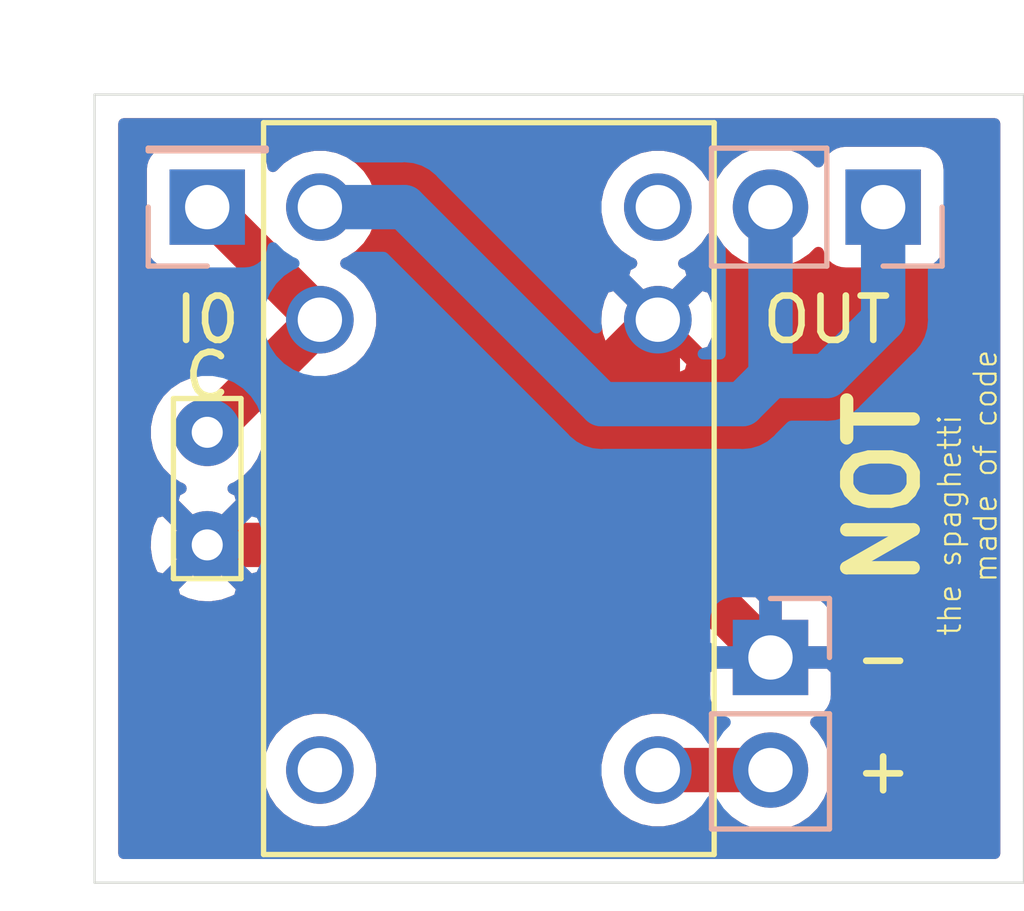
<source format=kicad_pcb>
(kicad_pcb (version 20171130) (host pcbnew "(5.1.6)-1")

  (general
    (thickness 1.6)
    (drawings 11)
    (tracks 16)
    (zones 0)
    (modules 5)
    (nets 7)
  )

  (page A4)
  (layers
    (0 F.Cu signal)
    (31 B.Cu signal)
    (32 B.Adhes user)
    (33 F.Adhes user)
    (34 B.Paste user)
    (35 F.Paste user)
    (36 B.SilkS user)
    (37 F.SilkS user)
    (38 B.Mask user)
    (39 F.Mask user)
    (40 Dwgs.User user)
    (41 Cmts.User user)
    (42 Eco1.User user)
    (43 Eco2.User user)
    (44 Edge.Cuts user)
    (45 Margin user)
    (46 B.CrtYd user)
    (47 F.CrtYd user)
    (48 B.Fab user)
    (49 F.Fab user)
  )

  (setup
    (last_trace_width 0.25)
    (user_trace_width 1)
    (trace_clearance 0.2)
    (zone_clearance 0.508)
    (zone_45_only no)
    (trace_min 0.2)
    (via_size 0.8)
    (via_drill 0.4)
    (via_min_size 0.4)
    (via_min_drill 0.3)
    (uvia_size 0.3)
    (uvia_drill 0.1)
    (uvias_allowed no)
    (uvia_min_size 0.2)
    (uvia_min_drill 0.1)
    (edge_width 0.05)
    (segment_width 0.2)
    (pcb_text_width 0.3)
    (pcb_text_size 1.5 1.5)
    (mod_edge_width 0.12)
    (mod_text_size 1 1)
    (mod_text_width 0.15)
    (pad_size 1.524 1.524)
    (pad_drill 0.762)
    (pad_to_mask_clearance 0.05)
    (aux_axis_origin 0 0)
    (visible_elements 7FFFFFFF)
    (pcbplotparams
      (layerselection 0x010fc_ffffffff)
      (usegerberextensions true)
      (usegerberattributes false)
      (usegerberadvancedattributes false)
      (creategerberjobfile false)
      (excludeedgelayer true)
      (linewidth 0.100000)
      (plotframeref false)
      (viasonmask false)
      (mode 1)
      (useauxorigin false)
      (hpglpennumber 1)
      (hpglpenspeed 20)
      (hpglpendiameter 15.000000)
      (psnegative false)
      (psa4output false)
      (plotreference true)
      (plotvalue true)
      (plotinvisibletext false)
      (padsonsilk false)
      (subtractmaskfromsilk false)
      (outputformat 1)
      (mirror false)
      (drillshape 0)
      (scaleselection 1)
      (outputdirectory "C:/Users/Satoshi/Documents/KiCad/NOT/ガーバーデータ-NOT/"))
  )

  (net 0 "")
  (net 1 GND)
  (net 2 "Net-(C1-Pad2)")
  (net 3 "Net-(J2-Pad1)")
  (net 4 +24V)
  (net 5 "Net-(SPDT1-Pad5)")
  (net 6 "Net-(SPDT1-Pad2)")

  (net_class Default "This is the default net class."
    (clearance 0.2)
    (trace_width 0.25)
    (via_dia 0.8)
    (via_drill 0.4)
    (uvia_dia 0.3)
    (uvia_drill 0.1)
    (add_net +24V)
    (add_net GND)
    (add_net "Net-(C1-Pad2)")
    (add_net "Net-(J2-Pad1)")
    (add_net "Net-(SPDT1-Pad2)")
    (add_net "Net-(SPDT1-Pad5)")
  )

  (module Connector_PinHeader_2.54mm:PinHeader_1x01_P2.54mm_Vertical (layer B.Cu) (tedit 59FED5CC) (tstamp 5ED692F5)
    (at 104.14 71.12)
    (descr "Through hole straight pin header, 1x01, 2.54mm pitch, single row")
    (tags "Through hole pin header THT 1x01 2.54mm single row")
    (path /5ED99F3A)
    (fp_text reference J1 (at 0 2.33) (layer B.Fab)
      (effects (font (size 1 1) (thickness 0.15)) (justify mirror))
    )
    (fp_text value Conn_01x01 (at 0 -2.33) (layer B.Fab)
      (effects (font (size 1 1) (thickness 0.15)) (justify mirror))
    )
    (fp_line (start 1.8 1.8) (end -1.8 1.8) (layer B.CrtYd) (width 0.05))
    (fp_line (start 1.8 -1.8) (end 1.8 1.8) (layer B.CrtYd) (width 0.05))
    (fp_line (start -1.8 -1.8) (end 1.8 -1.8) (layer B.CrtYd) (width 0.05))
    (fp_line (start -1.8 1.8) (end -1.8 -1.8) (layer B.CrtYd) (width 0.05))
    (fp_line (start -1.33 1.33) (end 0 1.33) (layer B.SilkS) (width 0.12))
    (fp_line (start -1.33 0) (end -1.33 1.33) (layer B.SilkS) (width 0.12))
    (fp_line (start -1.33 -1.27) (end 1.33 -1.27) (layer B.SilkS) (width 0.12))
    (fp_line (start 1.33 -1.27) (end 1.33 -1.33) (layer B.SilkS) (width 0.12))
    (fp_line (start -1.33 -1.27) (end -1.33 -1.33) (layer B.SilkS) (width 0.12))
    (fp_line (start -1.33 -1.33) (end 1.33 -1.33) (layer B.SilkS) (width 0.12))
    (fp_line (start -1.27 0.635) (end -0.635 1.27) (layer B.Fab) (width 0.1))
    (fp_line (start -1.27 -1.27) (end -1.27 0.635) (layer B.Fab) (width 0.1))
    (fp_line (start 1.27 -1.27) (end -1.27 -1.27) (layer B.Fab) (width 0.1))
    (fp_line (start 1.27 1.27) (end 1.27 -1.27) (layer B.Fab) (width 0.1))
    (fp_line (start -0.635 1.27) (end 1.27 1.27) (layer B.Fab) (width 0.1))
    (fp_text user %R (at 0 0 -90) (layer B.Fab)
      (effects (font (size 1 1) (thickness 0.15)) (justify mirror))
    )
    (pad 1 thru_hole rect (at 0 0) (size 1.7 1.7) (drill 1) (layers *.Cu *.Mask)
      (net 2 "Net-(C1-Pad2)"))
    (model ${KISYS3DMOD}/Connector_PinHeader_2.54mm.3dshapes/PinHeader_1x01_P2.54mm_Vertical.wrl
      (at (xyz 0 0 0))
      (scale (xyz 1 1 1))
      (rotate (xyz 0 0 0))
    )
  )

  (module MiyakeFootprintLib:Condensor (layer F.Cu) (tedit 5ED1E7C6) (tstamp 5ED692DF)
    (at 104.14 78.74 90)
    (path /5ED9C8CA)
    (fp_text reference C1 (at 1.27 3.04 90) (layer F.Fab)
      (effects (font (size 1 1) (thickness 0.15)))
    )
    (fp_text value C (at 1.27 2.04 90) (layer F.Fab)
      (effects (font (size 1 1) (thickness 0.15)))
    )
    (fp_line (start -0.762 -0.762) (end 3.302 -0.762) (layer F.SilkS) (width 0.12))
    (fp_line (start 3.302 -0.762) (end 3.302 0.762) (layer F.SilkS) (width 0.12))
    (fp_line (start 3.302 0.762) (end -0.762 0.762) (layer F.SilkS) (width 0.12))
    (fp_line (start -0.762 0.762) (end -0.762 -0.762) (layer F.SilkS) (width 0.12))
    (pad 1 thru_hole circle (at 0 0 90) (size 1.524 1.524) (drill 0.7) (layers *.Cu *.Mask)
      (net 1 GND))
    (pad 2 thru_hole circle (at 2.54 0 90) (size 1.524 1.524) (drill 0.7) (layers *.Cu *.Mask)
      (net 2 "Net-(C1-Pad2)"))
  )

  (module Connector_PinHeader_2.54mm:PinHeader_1x02_P2.54mm_Vertical (layer B.Cu) (tedit 59FED5CC) (tstamp 5ED6930B)
    (at 119.38 71.12 90)
    (descr "Through hole straight pin header, 1x02, 2.54mm pitch, single row")
    (tags "Through hole pin header THT 1x02 2.54mm single row")
    (path /5ED9A3C0)
    (fp_text reference J2 (at 0 2.33 90) (layer B.Fab)
      (effects (font (size 1 1) (thickness 0.15)) (justify mirror))
    )
    (fp_text value Conn_01x02 (at 0 -4.87 90) (layer B.Fab)
      (effects (font (size 1 1) (thickness 0.15)) (justify mirror))
    )
    (fp_line (start 1.8 1.8) (end -1.8 1.8) (layer B.CrtYd) (width 0.05))
    (fp_line (start 1.8 -4.35) (end 1.8 1.8) (layer B.CrtYd) (width 0.05))
    (fp_line (start -1.8 -4.35) (end 1.8 -4.35) (layer B.CrtYd) (width 0.05))
    (fp_line (start -1.8 1.8) (end -1.8 -4.35) (layer B.CrtYd) (width 0.05))
    (fp_line (start -1.33 1.33) (end 0 1.33) (layer B.SilkS) (width 0.12))
    (fp_line (start -1.33 0) (end -1.33 1.33) (layer B.SilkS) (width 0.12))
    (fp_line (start -1.33 -1.27) (end 1.33 -1.27) (layer B.SilkS) (width 0.12))
    (fp_line (start 1.33 -1.27) (end 1.33 -3.87) (layer B.SilkS) (width 0.12))
    (fp_line (start -1.33 -1.27) (end -1.33 -3.87) (layer B.SilkS) (width 0.12))
    (fp_line (start -1.33 -3.87) (end 1.33 -3.87) (layer B.SilkS) (width 0.12))
    (fp_line (start -1.27 0.635) (end -0.635 1.27) (layer B.Fab) (width 0.1))
    (fp_line (start -1.27 -3.81) (end -1.27 0.635) (layer B.Fab) (width 0.1))
    (fp_line (start 1.27 -3.81) (end -1.27 -3.81) (layer B.Fab) (width 0.1))
    (fp_line (start 1.27 1.27) (end 1.27 -3.81) (layer B.Fab) (width 0.1))
    (fp_line (start -0.635 1.27) (end 1.27 1.27) (layer B.Fab) (width 0.1))
    (fp_text user %R (at 0 -1.27 180) (layer B.Fab)
      (effects (font (size 1 1) (thickness 0.15)) (justify mirror))
    )
    (pad 2 thru_hole oval (at 0 -2.54 90) (size 1.7 1.7) (drill 1) (layers *.Cu *.Mask)
      (net 3 "Net-(J2-Pad1)"))
    (pad 1 thru_hole rect (at 0 0 90) (size 1.7 1.7) (drill 1) (layers *.Cu *.Mask)
      (net 3 "Net-(J2-Pad1)"))
    (model ${KISYS3DMOD}/Connector_PinHeader_2.54mm.3dshapes/PinHeader_1x02_P2.54mm_Vertical.wrl
      (at (xyz 0 0 0))
      (scale (xyz 1 1 1))
      (rotate (xyz 0 0 0))
    )
  )

  (module Connector_PinHeader_2.54mm:PinHeader_1x02_P2.54mm_Vertical (layer B.Cu) (tedit 59FED5CC) (tstamp 5ED69321)
    (at 116.84 81.28 180)
    (descr "Through hole straight pin header, 1x02, 2.54mm pitch, single row")
    (tags "Through hole pin header THT 1x02 2.54mm single row")
    (path /5ED9AF2C)
    (fp_text reference J3 (at 0 2.33) (layer B.Fab)
      (effects (font (size 1 1) (thickness 0.15)) (justify mirror))
    )
    (fp_text value Conn_01x02 (at 0 -4.87) (layer B.Fab)
      (effects (font (size 1 1) (thickness 0.15)) (justify mirror))
    )
    (fp_line (start -0.635 1.27) (end 1.27 1.27) (layer B.Fab) (width 0.1))
    (fp_line (start 1.27 1.27) (end 1.27 -3.81) (layer B.Fab) (width 0.1))
    (fp_line (start 1.27 -3.81) (end -1.27 -3.81) (layer B.Fab) (width 0.1))
    (fp_line (start -1.27 -3.81) (end -1.27 0.635) (layer B.Fab) (width 0.1))
    (fp_line (start -1.27 0.635) (end -0.635 1.27) (layer B.Fab) (width 0.1))
    (fp_line (start -1.33 -3.87) (end 1.33 -3.87) (layer B.SilkS) (width 0.12))
    (fp_line (start -1.33 -1.27) (end -1.33 -3.87) (layer B.SilkS) (width 0.12))
    (fp_line (start 1.33 -1.27) (end 1.33 -3.87) (layer B.SilkS) (width 0.12))
    (fp_line (start -1.33 -1.27) (end 1.33 -1.27) (layer B.SilkS) (width 0.12))
    (fp_line (start -1.33 0) (end -1.33 1.33) (layer B.SilkS) (width 0.12))
    (fp_line (start -1.33 1.33) (end 0 1.33) (layer B.SilkS) (width 0.12))
    (fp_line (start -1.8 1.8) (end -1.8 -4.35) (layer B.CrtYd) (width 0.05))
    (fp_line (start -1.8 -4.35) (end 1.8 -4.35) (layer B.CrtYd) (width 0.05))
    (fp_line (start 1.8 -4.35) (end 1.8 1.8) (layer B.CrtYd) (width 0.05))
    (fp_line (start 1.8 1.8) (end -1.8 1.8) (layer B.CrtYd) (width 0.05))
    (fp_text user %R (at 0 -1.27 270) (layer B.Fab)
      (effects (font (size 1 1) (thickness 0.15)) (justify mirror))
    )
    (pad 1 thru_hole rect (at 0 0 180) (size 1.7 1.7) (drill 1) (layers *.Cu *.Mask)
      (net 1 GND))
    (pad 2 thru_hole oval (at 0 -2.54 180) (size 1.7 1.7) (drill 1) (layers *.Cu *.Mask)
      (net 4 +24V))
    (model ${KISYS3DMOD}/Connector_PinHeader_2.54mm.3dshapes/PinHeader_1x02_P2.54mm_Vertical.wrl
      (at (xyz 0 0 0))
      (scale (xyz 1 1 1))
      (rotate (xyz 0 0 0))
    )
  )

  (module MiyakeFootprintLib:946H-1C-24D (layer F.Cu) (tedit 5ED07678) (tstamp 5ED6932F)
    (at 111.76 76.2)
    (path /5ED97C62)
    (fp_text reference SPDT1 (at -2.54 0.635 -90) (layer F.Fab)
      (effects (font (size 1 1) (thickness 0.15)))
    )
    (fp_text value 946H-1C-24D (at -0.635 0.635 -90) (layer F.Fab)
      (effects (font (size 1 1) (thickness 0.15)))
    )
    (fp_line (start -6.35 9.525) (end -6.35 -6.985) (layer F.SilkS) (width 0.12))
    (fp_line (start 3.81 9.525) (end -6.35 9.525) (layer F.SilkS) (width 0.12))
    (fp_line (start 3.81 -6.985) (end 3.81 9.525) (layer F.SilkS) (width 0.12))
    (fp_line (start -6.35 -6.985) (end 3.81 -6.985) (layer F.SilkS) (width 0.12))
    (pad 6 thru_hole circle (at 2.54 7.62) (size 1.524 1.524) (drill 1) (layers *.Cu *.Mask)
      (net 4 +24V))
    (pad 5 thru_hole circle (at -5.08 7.62) (size 1.524 1.524) (drill 1) (layers *.Cu *.Mask)
      (net 5 "Net-(SPDT1-Pad5)"))
    (pad 4 thru_hole circle (at -5.08 -2.54) (size 1.524 1.524) (drill 1) (layers *.Cu *.Mask)
      (net 2 "Net-(C1-Pad2)"))
    (pad 3 thru_hole circle (at 2.54 -2.54) (size 1.524 1.524) (drill 1) (layers *.Cu *.Mask)
      (net 1 GND))
    (pad 2 thru_hole circle (at 2.54 -5.08) (size 1.524 1.524) (drill 1) (layers *.Cu *.Mask)
      (net 6 "Net-(SPDT1-Pad2)"))
    (pad 1 thru_hole circle (at -5.08 -5.08) (size 1.524 1.524) (drill 1) (layers *.Cu *.Mask)
      (net 3 "Net-(J2-Pad1)"))
  )

  (gr_line (start 101.6 86.36) (end 101.6 68.58) (layer Edge.Cuts) (width 0.05) (tstamp 5ED6982E))
  (gr_line (start 122.555 86.36) (end 101.6 86.36) (layer Edge.Cuts) (width 0.05))
  (gr_line (start 122.555 68.58) (end 122.555 86.36) (layer Edge.Cuts) (width 0.05))
  (gr_line (start 101.6 68.58) (end 122.555 68.58) (layer Edge.Cuts) (width 0.05))
  (gr_text "the spaghetti \n      made of code" (at 121.285 78.105 90) (layer F.SilkS)
    (effects (font (size 0.5 0.5) (thickness 0.05)))
  )
  (gr_text NOT (at 119.38 77.47 90) (layer F.SilkS)
    (effects (font (size 1.5 1.5) (thickness 0.3)))
  )
  (gr_text + (at 119.38 83.82) (layer F.SilkS)
    (effects (font (size 1 1) (thickness 0.15)))
  )
  (gr_text - (at 119.38 81.28) (layer F.SilkS)
    (effects (font (size 1 1) (thickness 0.15)))
  )
  (gr_text OUT (at 118.11 73.66) (layer F.SilkS)
    (effects (font (size 1 1) (thickness 0.15)))
  )
  (gr_text I0 (at 104.14 73.66) (layer F.SilkS)
    (effects (font (size 1 1) (thickness 0.15)))
  )
  (gr_text C (at 104.14 74.93) (layer F.SilkS)
    (effects (font (size 1 1) (thickness 0.15)))
  )

  (segment (start 116.84 81.28) (end 114.3 78.74) (width 1) (layer F.Cu) (net 1))
  (segment (start 114.3 78.74) (end 114.3 73.66) (width 1) (layer F.Cu) (net 1))
  (segment (start 109.22 78.74) (end 114.3 73.66) (width 1) (layer F.Cu) (net 1))
  (segment (start 104.14 78.74) (end 109.22 78.74) (width 1) (layer F.Cu) (net 1))
  (segment (start 106.68 73.66) (end 104.14 71.12) (width 1) (layer F.Cu) (net 2))
  (segment (start 106.045 74.295) (end 106.68 73.66) (width 1) (layer F.Cu) (net 2))
  (segment (start 104.14 76.2) (end 106.045 74.295) (width 1) (layer F.Cu) (net 2))
  (segment (start 106.68 71.12) (end 108.585 71.12) (width 1) (layer B.Cu) (net 3))
  (segment (start 108.585 71.12) (end 113.03 75.565) (width 1) (layer B.Cu) (net 3))
  (segment (start 113.03 75.565) (end 116.205 75.565) (width 1) (layer B.Cu) (net 3))
  (segment (start 116.205 75.565) (end 116.84 74.93) (width 1) (layer B.Cu) (net 3))
  (segment (start 116.84 74.93) (end 116.84 71.12) (width 1) (layer B.Cu) (net 3))
  (segment (start 116.84 74.93) (end 118.11 74.93) (width 1) (layer B.Cu) (net 3))
  (segment (start 119.38 73.66) (end 119.38 71.12) (width 1) (layer B.Cu) (net 3))
  (segment (start 118.11 74.93) (end 119.38 73.66) (width 1) (layer B.Cu) (net 3))
  (segment (start 114.3 83.82) (end 116.84 83.82) (width 1) (layer F.Cu) (net 4))

  (zone (net 1) (net_name GND) (layer F.Cu) (tstamp 0) (hatch edge 0.508)
    (connect_pads (clearance 0.508))
    (min_thickness 0.254)
    (fill yes (arc_segments 32) (thermal_gap 0.508) (thermal_bridge_width 0.508))
    (polygon
      (pts
        (xy 122.555 86.36) (xy 101.6 86.36) (xy 101.6 68.58) (xy 122.555 68.58)
      )
    )
    (filled_polygon
      (pts
        (xy 121.895001 85.7) (xy 102.26 85.7) (xy 102.26 83.682408) (xy 105.283 83.682408) (xy 105.283 83.957592)
        (xy 105.336686 84.22749) (xy 105.441995 84.481727) (xy 105.59488 84.710535) (xy 105.789465 84.90512) (xy 106.018273 85.058005)
        (xy 106.27251 85.163314) (xy 106.542408 85.217) (xy 106.817592 85.217) (xy 107.08749 85.163314) (xy 107.341727 85.058005)
        (xy 107.570535 84.90512) (xy 107.76512 84.710535) (xy 107.918005 84.481727) (xy 108.023314 84.22749) (xy 108.077 83.957592)
        (xy 108.077 83.682408) (xy 112.903 83.682408) (xy 112.903 83.957592) (xy 112.956686 84.22749) (xy 113.061995 84.481727)
        (xy 113.21488 84.710535) (xy 113.409465 84.90512) (xy 113.638273 85.058005) (xy 113.89251 85.163314) (xy 114.162408 85.217)
        (xy 114.437592 85.217) (xy 114.70749 85.163314) (xy 114.961727 85.058005) (xy 115.115884 84.955) (xy 115.874893 84.955)
        (xy 115.893368 84.973475) (xy 116.136589 85.13599) (xy 116.406842 85.247932) (xy 116.69374 85.305) (xy 116.98626 85.305)
        (xy 117.273158 85.247932) (xy 117.543411 85.13599) (xy 117.786632 84.973475) (xy 117.993475 84.766632) (xy 118.15599 84.523411)
        (xy 118.267932 84.253158) (xy 118.325 83.96626) (xy 118.325 83.67374) (xy 118.267932 83.386842) (xy 118.15599 83.116589)
        (xy 117.993475 82.873368) (xy 117.86162 82.741513) (xy 117.93418 82.719502) (xy 118.044494 82.660537) (xy 118.141185 82.581185)
        (xy 118.220537 82.484494) (xy 118.279502 82.37418) (xy 118.315812 82.254482) (xy 118.328072 82.13) (xy 118.325 81.56575)
        (xy 118.16625 81.407) (xy 116.967 81.407) (xy 116.967 81.427) (xy 116.713 81.427) (xy 116.713 81.407)
        (xy 115.51375 81.407) (xy 115.355 81.56575) (xy 115.351928 82.13) (xy 115.364188 82.254482) (xy 115.400498 82.37418)
        (xy 115.459463 82.484494) (xy 115.538815 82.581185) (xy 115.635506 82.660537) (xy 115.681272 82.685) (xy 115.115884 82.685)
        (xy 114.961727 82.581995) (xy 114.70749 82.476686) (xy 114.437592 82.423) (xy 114.162408 82.423) (xy 113.89251 82.476686)
        (xy 113.638273 82.581995) (xy 113.409465 82.73488) (xy 113.21488 82.929465) (xy 113.061995 83.158273) (xy 112.956686 83.41251)
        (xy 112.903 83.682408) (xy 108.077 83.682408) (xy 108.023314 83.41251) (xy 107.918005 83.158273) (xy 107.76512 82.929465)
        (xy 107.570535 82.73488) (xy 107.341727 82.581995) (xy 107.08749 82.476686) (xy 106.817592 82.423) (xy 106.542408 82.423)
        (xy 106.27251 82.476686) (xy 106.018273 82.581995) (xy 105.789465 82.73488) (xy 105.59488 82.929465) (xy 105.441995 83.158273)
        (xy 105.336686 83.41251) (xy 105.283 83.682408) (xy 102.26 83.682408) (xy 102.26 80.43) (xy 115.351928 80.43)
        (xy 115.355 80.99425) (xy 115.51375 81.153) (xy 116.713 81.153) (xy 116.713 79.95375) (xy 116.967 79.95375)
        (xy 116.967 81.153) (xy 118.16625 81.153) (xy 118.325 80.99425) (xy 118.328072 80.43) (xy 118.315812 80.305518)
        (xy 118.279502 80.18582) (xy 118.220537 80.075506) (xy 118.141185 79.978815) (xy 118.044494 79.899463) (xy 117.93418 79.840498)
        (xy 117.814482 79.804188) (xy 117.69 79.791928) (xy 117.12575 79.795) (xy 116.967 79.95375) (xy 116.713 79.95375)
        (xy 116.55425 79.795) (xy 115.99 79.791928) (xy 115.865518 79.804188) (xy 115.74582 79.840498) (xy 115.635506 79.899463)
        (xy 115.538815 79.978815) (xy 115.459463 80.075506) (xy 115.400498 80.18582) (xy 115.364188 80.305518) (xy 115.351928 80.43)
        (xy 102.26 80.43) (xy 102.26 79.705565) (xy 103.35404 79.705565) (xy 103.42102 79.945656) (xy 103.670048 80.062756)
        (xy 103.937135 80.129023) (xy 104.212017 80.14191) (xy 104.484133 80.100922) (xy 104.743023 80.007636) (xy 104.85898 79.945656)
        (xy 104.92596 79.705565) (xy 104.14 78.919605) (xy 103.35404 79.705565) (xy 102.26 79.705565) (xy 102.26 78.812017)
        (xy 102.73809 78.812017) (xy 102.779078 79.084133) (xy 102.872364 79.343023) (xy 102.934344 79.45898) (xy 103.174435 79.52596)
        (xy 103.960395 78.74) (xy 104.319605 78.74) (xy 105.105565 79.52596) (xy 105.345656 79.45898) (xy 105.462756 79.209952)
        (xy 105.529023 78.942865) (xy 105.54191 78.667983) (xy 105.500922 78.395867) (xy 105.407636 78.136977) (xy 105.345656 78.02102)
        (xy 105.105565 77.95404) (xy 104.319605 78.74) (xy 103.960395 78.74) (xy 103.174435 77.95404) (xy 102.934344 78.02102)
        (xy 102.817244 78.270048) (xy 102.750977 78.537135) (xy 102.73809 78.812017) (xy 102.26 78.812017) (xy 102.26 70.27)
        (xy 102.651928 70.27) (xy 102.651928 71.97) (xy 102.664188 72.094482) (xy 102.700498 72.21418) (xy 102.759463 72.324494)
        (xy 102.838815 72.421185) (xy 102.935506 72.500537) (xy 103.04582 72.559502) (xy 103.165518 72.595812) (xy 103.29 72.608072)
        (xy 104.022941 72.608072) (xy 105.074868 73.66) (xy 103.914354 74.820515) (xy 103.73251 74.856686) (xy 103.478273 74.961995)
        (xy 103.249465 75.11488) (xy 103.05488 75.309465) (xy 102.901995 75.538273) (xy 102.796686 75.79251) (xy 102.743 76.062408)
        (xy 102.743 76.337592) (xy 102.796686 76.60749) (xy 102.901995 76.861727) (xy 103.05488 77.090535) (xy 103.249465 77.28512)
        (xy 103.478273 77.438005) (xy 103.549943 77.467692) (xy 103.536977 77.472364) (xy 103.42102 77.534344) (xy 103.35404 77.774435)
        (xy 104.14 78.560395) (xy 104.92596 77.774435) (xy 104.85898 77.534344) (xy 104.72324 77.470515) (xy 104.801727 77.438005)
        (xy 105.030535 77.28512) (xy 105.22512 77.090535) (xy 105.378005 76.861727) (xy 105.483314 76.60749) (xy 105.519485 76.425646)
        (xy 106.886988 75.058144) (xy 106.886992 75.058139) (xy 106.905646 75.039485) (xy 107.08749 75.003314) (xy 107.341727 74.898005)
        (xy 107.570535 74.74512) (xy 107.69009 74.625565) (xy 113.51404 74.625565) (xy 113.58102 74.865656) (xy 113.830048 74.982756)
        (xy 114.097135 75.049023) (xy 114.372017 75.06191) (xy 114.644133 75.020922) (xy 114.903023 74.927636) (xy 115.01898 74.865656)
        (xy 115.08596 74.625565) (xy 114.3 73.839605) (xy 113.51404 74.625565) (xy 107.69009 74.625565) (xy 107.76512 74.550535)
        (xy 107.918005 74.321727) (xy 108.023314 74.06749) (xy 108.077 73.797592) (xy 108.077 73.732017) (xy 112.89809 73.732017)
        (xy 112.939078 74.004133) (xy 113.032364 74.263023) (xy 113.094344 74.37898) (xy 113.334435 74.44596) (xy 114.120395 73.66)
        (xy 114.479605 73.66) (xy 115.265565 74.44596) (xy 115.505656 74.37898) (xy 115.622756 74.129952) (xy 115.689023 73.862865)
        (xy 115.70191 73.587983) (xy 115.660922 73.315867) (xy 115.567636 73.056977) (xy 115.505656 72.94102) (xy 115.265565 72.87404)
        (xy 114.479605 73.66) (xy 114.120395 73.66) (xy 113.334435 72.87404) (xy 113.094344 72.94102) (xy 112.977244 73.190048)
        (xy 112.910977 73.457135) (xy 112.89809 73.732017) (xy 108.077 73.732017) (xy 108.077 73.522408) (xy 108.023314 73.25251)
        (xy 107.918005 72.998273) (xy 107.76512 72.769465) (xy 107.570535 72.57488) (xy 107.341727 72.421995) (xy 107.264485 72.39)
        (xy 107.341727 72.358005) (xy 107.570535 72.20512) (xy 107.76512 72.010535) (xy 107.918005 71.781727) (xy 108.023314 71.52749)
        (xy 108.077 71.257592) (xy 108.077 70.982408) (xy 112.903 70.982408) (xy 112.903 71.257592) (xy 112.956686 71.52749)
        (xy 113.061995 71.781727) (xy 113.21488 72.010535) (xy 113.409465 72.20512) (xy 113.638273 72.358005) (xy 113.709943 72.387692)
        (xy 113.696977 72.392364) (xy 113.58102 72.454344) (xy 113.51404 72.694435) (xy 114.3 73.480395) (xy 115.08596 72.694435)
        (xy 115.01898 72.454344) (xy 114.88324 72.390515) (xy 114.961727 72.358005) (xy 115.190535 72.20512) (xy 115.38512 72.010535)
        (xy 115.518707 71.810608) (xy 115.52401 71.823411) (xy 115.686525 72.066632) (xy 115.893368 72.273475) (xy 116.136589 72.43599)
        (xy 116.406842 72.547932) (xy 116.69374 72.605) (xy 116.98626 72.605) (xy 117.273158 72.547932) (xy 117.543411 72.43599)
        (xy 117.786632 72.273475) (xy 117.918487 72.14162) (xy 117.940498 72.21418) (xy 117.999463 72.324494) (xy 118.078815 72.421185)
        (xy 118.175506 72.500537) (xy 118.28582 72.559502) (xy 118.405518 72.595812) (xy 118.53 72.608072) (xy 120.23 72.608072)
        (xy 120.354482 72.595812) (xy 120.47418 72.559502) (xy 120.584494 72.500537) (xy 120.681185 72.421185) (xy 120.760537 72.324494)
        (xy 120.819502 72.21418) (xy 120.855812 72.094482) (xy 120.868072 71.97) (xy 120.868072 70.27) (xy 120.855812 70.145518)
        (xy 120.819502 70.02582) (xy 120.760537 69.915506) (xy 120.681185 69.818815) (xy 120.584494 69.739463) (xy 120.47418 69.680498)
        (xy 120.354482 69.644188) (xy 120.23 69.631928) (xy 118.53 69.631928) (xy 118.405518 69.644188) (xy 118.28582 69.680498)
        (xy 118.175506 69.739463) (xy 118.078815 69.818815) (xy 117.999463 69.915506) (xy 117.940498 70.02582) (xy 117.918487 70.09838)
        (xy 117.786632 69.966525) (xy 117.543411 69.80401) (xy 117.273158 69.692068) (xy 116.98626 69.635) (xy 116.69374 69.635)
        (xy 116.406842 69.692068) (xy 116.136589 69.80401) (xy 115.893368 69.966525) (xy 115.686525 70.173368) (xy 115.52401 70.416589)
        (xy 115.518707 70.429392) (xy 115.38512 70.229465) (xy 115.190535 70.03488) (xy 114.961727 69.881995) (xy 114.70749 69.776686)
        (xy 114.437592 69.723) (xy 114.162408 69.723) (xy 113.89251 69.776686) (xy 113.638273 69.881995) (xy 113.409465 70.03488)
        (xy 113.21488 70.229465) (xy 113.061995 70.458273) (xy 112.956686 70.71251) (xy 112.903 70.982408) (xy 108.077 70.982408)
        (xy 108.023314 70.71251) (xy 107.918005 70.458273) (xy 107.76512 70.229465) (xy 107.570535 70.03488) (xy 107.341727 69.881995)
        (xy 107.08749 69.776686) (xy 106.817592 69.723) (xy 106.542408 69.723) (xy 106.27251 69.776686) (xy 106.018273 69.881995)
        (xy 105.789465 70.03488) (xy 105.621462 70.202883) (xy 105.615812 70.145518) (xy 105.579502 70.02582) (xy 105.520537 69.915506)
        (xy 105.441185 69.818815) (xy 105.344494 69.739463) (xy 105.23418 69.680498) (xy 105.114482 69.644188) (xy 104.99 69.631928)
        (xy 103.29 69.631928) (xy 103.165518 69.644188) (xy 103.04582 69.680498) (xy 102.935506 69.739463) (xy 102.838815 69.818815)
        (xy 102.759463 69.915506) (xy 102.700498 70.02582) (xy 102.664188 70.145518) (xy 102.651928 70.27) (xy 102.26 70.27)
        (xy 102.26 69.24) (xy 121.895 69.24)
      )
    )
  )
  (zone (net 1) (net_name GND) (layer B.Cu) (tstamp 0) (hatch edge 0.508)
    (connect_pads (clearance 0.508))
    (min_thickness 0.254)
    (fill yes (arc_segments 32) (thermal_gap 0.508) (thermal_bridge_width 0.508))
    (polygon
      (pts
        (xy 122.555 86.36) (xy 101.6 86.36) (xy 101.6 68.58) (xy 122.555 68.58)
      )
    )
    (filled_polygon
      (pts
        (xy 121.895001 85.7) (xy 102.26 85.7) (xy 102.26 83.682408) (xy 105.283 83.682408) (xy 105.283 83.957592)
        (xy 105.336686 84.22749) (xy 105.441995 84.481727) (xy 105.59488 84.710535) (xy 105.789465 84.90512) (xy 106.018273 85.058005)
        (xy 106.27251 85.163314) (xy 106.542408 85.217) (xy 106.817592 85.217) (xy 107.08749 85.163314) (xy 107.341727 85.058005)
        (xy 107.570535 84.90512) (xy 107.76512 84.710535) (xy 107.918005 84.481727) (xy 108.023314 84.22749) (xy 108.077 83.957592)
        (xy 108.077 83.682408) (xy 112.903 83.682408) (xy 112.903 83.957592) (xy 112.956686 84.22749) (xy 113.061995 84.481727)
        (xy 113.21488 84.710535) (xy 113.409465 84.90512) (xy 113.638273 85.058005) (xy 113.89251 85.163314) (xy 114.162408 85.217)
        (xy 114.437592 85.217) (xy 114.70749 85.163314) (xy 114.961727 85.058005) (xy 115.190535 84.90512) (xy 115.38512 84.710535)
        (xy 115.518707 84.510608) (xy 115.52401 84.523411) (xy 115.686525 84.766632) (xy 115.893368 84.973475) (xy 116.136589 85.13599)
        (xy 116.406842 85.247932) (xy 116.69374 85.305) (xy 116.98626 85.305) (xy 117.273158 85.247932) (xy 117.543411 85.13599)
        (xy 117.786632 84.973475) (xy 117.993475 84.766632) (xy 118.15599 84.523411) (xy 118.267932 84.253158) (xy 118.325 83.96626)
        (xy 118.325 83.67374) (xy 118.267932 83.386842) (xy 118.15599 83.116589) (xy 117.993475 82.873368) (xy 117.86162 82.741513)
        (xy 117.93418 82.719502) (xy 118.044494 82.660537) (xy 118.141185 82.581185) (xy 118.220537 82.484494) (xy 118.279502 82.37418)
        (xy 118.315812 82.254482) (xy 118.328072 82.13) (xy 118.325 81.56575) (xy 118.16625 81.407) (xy 116.967 81.407)
        (xy 116.967 81.427) (xy 116.713 81.427) (xy 116.713 81.407) (xy 115.51375 81.407) (xy 115.355 81.56575)
        (xy 115.351928 82.13) (xy 115.364188 82.254482) (xy 115.400498 82.37418) (xy 115.459463 82.484494) (xy 115.538815 82.581185)
        (xy 115.635506 82.660537) (xy 115.74582 82.719502) (xy 115.81838 82.741513) (xy 115.686525 82.873368) (xy 115.52401 83.116589)
        (xy 115.518707 83.129392) (xy 115.38512 82.929465) (xy 115.190535 82.73488) (xy 114.961727 82.581995) (xy 114.70749 82.476686)
        (xy 114.437592 82.423) (xy 114.162408 82.423) (xy 113.89251 82.476686) (xy 113.638273 82.581995) (xy 113.409465 82.73488)
        (xy 113.21488 82.929465) (xy 113.061995 83.158273) (xy 112.956686 83.41251) (xy 112.903 83.682408) (xy 108.077 83.682408)
        (xy 108.023314 83.41251) (xy 107.918005 83.158273) (xy 107.76512 82.929465) (xy 107.570535 82.73488) (xy 107.341727 82.581995)
        (xy 107.08749 82.476686) (xy 106.817592 82.423) (xy 106.542408 82.423) (xy 106.27251 82.476686) (xy 106.018273 82.581995)
        (xy 105.789465 82.73488) (xy 105.59488 82.929465) (xy 105.441995 83.158273) (xy 105.336686 83.41251) (xy 105.283 83.682408)
        (xy 102.26 83.682408) (xy 102.26 80.43) (xy 115.351928 80.43) (xy 115.355 80.99425) (xy 115.51375 81.153)
        (xy 116.713 81.153) (xy 116.713 79.95375) (xy 116.967 79.95375) (xy 116.967 81.153) (xy 118.16625 81.153)
        (xy 118.325 80.99425) (xy 118.328072 80.43) (xy 118.315812 80.305518) (xy 118.279502 80.18582) (xy 118.220537 80.075506)
        (xy 118.141185 79.978815) (xy 118.044494 79.899463) (xy 117.93418 79.840498) (xy 117.814482 79.804188) (xy 117.69 79.791928)
        (xy 117.12575 79.795) (xy 116.967 79.95375) (xy 116.713 79.95375) (xy 116.55425 79.795) (xy 115.99 79.791928)
        (xy 115.865518 79.804188) (xy 115.74582 79.840498) (xy 115.635506 79.899463) (xy 115.538815 79.978815) (xy 115.459463 80.075506)
        (xy 115.400498 80.18582) (xy 115.364188 80.305518) (xy 115.351928 80.43) (xy 102.26 80.43) (xy 102.26 79.705565)
        (xy 103.35404 79.705565) (xy 103.42102 79.945656) (xy 103.670048 80.062756) (xy 103.937135 80.129023) (xy 104.212017 80.14191)
        (xy 104.484133 80.100922) (xy 104.743023 80.007636) (xy 104.85898 79.945656) (xy 104.92596 79.705565) (xy 104.14 78.919605)
        (xy 103.35404 79.705565) (xy 102.26 79.705565) (xy 102.26 78.812017) (xy 102.73809 78.812017) (xy 102.779078 79.084133)
        (xy 102.872364 79.343023) (xy 102.934344 79.45898) (xy 103.174435 79.52596) (xy 103.960395 78.74) (xy 104.319605 78.74)
        (xy 105.105565 79.52596) (xy 105.345656 79.45898) (xy 105.462756 79.209952) (xy 105.529023 78.942865) (xy 105.54191 78.667983)
        (xy 105.500922 78.395867) (xy 105.407636 78.136977) (xy 105.345656 78.02102) (xy 105.105565 77.95404) (xy 104.319605 78.74)
        (xy 103.960395 78.74) (xy 103.174435 77.95404) (xy 102.934344 78.02102) (xy 102.817244 78.270048) (xy 102.750977 78.537135)
        (xy 102.73809 78.812017) (xy 102.26 78.812017) (xy 102.26 76.062408) (xy 102.743 76.062408) (xy 102.743 76.337592)
        (xy 102.796686 76.60749) (xy 102.901995 76.861727) (xy 103.05488 77.090535) (xy 103.249465 77.28512) (xy 103.478273 77.438005)
        (xy 103.549943 77.467692) (xy 103.536977 77.472364) (xy 103.42102 77.534344) (xy 103.35404 77.774435) (xy 104.14 78.560395)
        (xy 104.92596 77.774435) (xy 104.85898 77.534344) (xy 104.72324 77.470515) (xy 104.801727 77.438005) (xy 105.030535 77.28512)
        (xy 105.22512 77.090535) (xy 105.378005 76.861727) (xy 105.483314 76.60749) (xy 105.537 76.337592) (xy 105.537 76.062408)
        (xy 105.483314 75.79251) (xy 105.378005 75.538273) (xy 105.22512 75.309465) (xy 105.030535 75.11488) (xy 104.801727 74.961995)
        (xy 104.54749 74.856686) (xy 104.277592 74.803) (xy 104.002408 74.803) (xy 103.73251 74.856686) (xy 103.478273 74.961995)
        (xy 103.249465 75.11488) (xy 103.05488 75.309465) (xy 102.901995 75.538273) (xy 102.796686 75.79251) (xy 102.743 76.062408)
        (xy 102.26 76.062408) (xy 102.26 70.27) (xy 102.651928 70.27) (xy 102.651928 71.97) (xy 102.664188 72.094482)
        (xy 102.700498 72.21418) (xy 102.759463 72.324494) (xy 102.838815 72.421185) (xy 102.935506 72.500537) (xy 103.04582 72.559502)
        (xy 103.165518 72.595812) (xy 103.29 72.608072) (xy 104.99 72.608072) (xy 105.114482 72.595812) (xy 105.23418 72.559502)
        (xy 105.344494 72.500537) (xy 105.441185 72.421185) (xy 105.520537 72.324494) (xy 105.579502 72.21418) (xy 105.615812 72.094482)
        (xy 105.621462 72.037117) (xy 105.789465 72.20512) (xy 106.018273 72.358005) (xy 106.095515 72.39) (xy 106.018273 72.421995)
        (xy 105.789465 72.57488) (xy 105.59488 72.769465) (xy 105.441995 72.998273) (xy 105.336686 73.25251) (xy 105.283 73.522408)
        (xy 105.283 73.797592) (xy 105.336686 74.06749) (xy 105.441995 74.321727) (xy 105.59488 74.550535) (xy 105.789465 74.74512)
        (xy 106.018273 74.898005) (xy 106.27251 75.003314) (xy 106.542408 75.057) (xy 106.817592 75.057) (xy 107.08749 75.003314)
        (xy 107.341727 74.898005) (xy 107.570535 74.74512) (xy 107.76512 74.550535) (xy 107.918005 74.321727) (xy 108.023314 74.06749)
        (xy 108.077 73.797592) (xy 108.077 73.522408) (xy 108.023314 73.25251) (xy 107.918005 72.998273) (xy 107.76512 72.769465)
        (xy 107.570535 72.57488) (xy 107.341727 72.421995) (xy 107.264485 72.39) (xy 107.341727 72.358005) (xy 107.495884 72.255)
        (xy 108.114869 72.255) (xy 112.188009 76.328141) (xy 112.223551 76.371449) (xy 112.396377 76.513284) (xy 112.593553 76.618676)
        (xy 112.807501 76.683577) (xy 112.974248 76.7) (xy 112.974257 76.7) (xy 113.029999 76.70549) (xy 113.085741 76.7)
        (xy 116.149249 76.7) (xy 116.205 76.705491) (xy 116.260751 76.7) (xy 116.260752 76.7) (xy 116.427499 76.683577)
        (xy 116.641447 76.618676) (xy 116.838623 76.513284) (xy 117.011449 76.371449) (xy 117.046995 76.328136) (xy 117.310131 76.065)
        (xy 118.054249 76.065) (xy 118.11 76.070491) (xy 118.165751 76.065) (xy 118.165752 76.065) (xy 118.332499 76.048577)
        (xy 118.546447 75.983676) (xy 118.743623 75.878284) (xy 118.916449 75.736449) (xy 118.951996 75.693135) (xy 120.14314 74.501992)
        (xy 120.186449 74.466449) (xy 120.328284 74.293623) (xy 120.433676 74.096447) (xy 120.498577 73.882499) (xy 120.515 73.715752)
        (xy 120.515 73.715745) (xy 120.52049 73.660001) (xy 120.515 73.604257) (xy 120.515 72.537683) (xy 120.584494 72.500537)
        (xy 120.681185 72.421185) (xy 120.760537 72.324494) (xy 120.819502 72.21418) (xy 120.855812 72.094482) (xy 120.868072 71.97)
        (xy 120.868072 70.27) (xy 120.855812 70.145518) (xy 120.819502 70.02582) (xy 120.760537 69.915506) (xy 120.681185 69.818815)
        (xy 120.584494 69.739463) (xy 120.47418 69.680498) (xy 120.354482 69.644188) (xy 120.23 69.631928) (xy 118.53 69.631928)
        (xy 118.405518 69.644188) (xy 118.28582 69.680498) (xy 118.175506 69.739463) (xy 118.078815 69.818815) (xy 117.999463 69.915506)
        (xy 117.940498 70.02582) (xy 117.918487 70.09838) (xy 117.786632 69.966525) (xy 117.543411 69.80401) (xy 117.273158 69.692068)
        (xy 116.98626 69.635) (xy 116.69374 69.635) (xy 116.406842 69.692068) (xy 116.136589 69.80401) (xy 115.893368 69.966525)
        (xy 115.686525 70.173368) (xy 115.52401 70.416589) (xy 115.518707 70.429392) (xy 115.38512 70.229465) (xy 115.190535 70.03488)
        (xy 114.961727 69.881995) (xy 114.70749 69.776686) (xy 114.437592 69.723) (xy 114.162408 69.723) (xy 113.89251 69.776686)
        (xy 113.638273 69.881995) (xy 113.409465 70.03488) (xy 113.21488 70.229465) (xy 113.061995 70.458273) (xy 112.956686 70.71251)
        (xy 112.903 70.982408) (xy 112.903 71.257592) (xy 112.956686 71.52749) (xy 113.061995 71.781727) (xy 113.21488 72.010535)
        (xy 113.409465 72.20512) (xy 113.638273 72.358005) (xy 113.709943 72.387692) (xy 113.696977 72.392364) (xy 113.58102 72.454344)
        (xy 113.51404 72.694435) (xy 114.3 73.480395) (xy 115.08596 72.694435) (xy 115.01898 72.454344) (xy 114.88324 72.390515)
        (xy 114.961727 72.358005) (xy 115.190535 72.20512) (xy 115.38512 72.010535) (xy 115.518707 71.810608) (xy 115.52401 71.823411)
        (xy 115.686525 72.066632) (xy 115.705001 72.085108) (xy 115.705 74.43) (xy 115.322774 74.43) (xy 115.505656 74.37898)
        (xy 115.622756 74.129952) (xy 115.689023 73.862865) (xy 115.70191 73.587983) (xy 115.660922 73.315867) (xy 115.567636 73.056977)
        (xy 115.505656 72.94102) (xy 115.265565 72.87404) (xy 114.479605 73.66) (xy 114.493748 73.674143) (xy 114.314143 73.853748)
        (xy 114.3 73.839605) (xy 114.285858 73.853748) (xy 114.106253 73.674143) (xy 114.120395 73.66) (xy 113.334435 72.87404)
        (xy 113.094344 72.94102) (xy 112.977244 73.190048) (xy 112.910977 73.457135) (xy 112.89809 73.732017) (xy 112.915104 73.844972)
        (xy 109.426996 70.356865) (xy 109.391449 70.313551) (xy 109.218623 70.171716) (xy 109.021447 70.066324) (xy 108.807499 70.001423)
        (xy 108.640752 69.985) (xy 108.640751 69.985) (xy 108.585 69.979509) (xy 108.529249 69.985) (xy 107.495884 69.985)
        (xy 107.341727 69.881995) (xy 107.08749 69.776686) (xy 106.817592 69.723) (xy 106.542408 69.723) (xy 106.27251 69.776686)
        (xy 106.018273 69.881995) (xy 105.789465 70.03488) (xy 105.621462 70.202883) (xy 105.615812 70.145518) (xy 105.579502 70.02582)
        (xy 105.520537 69.915506) (xy 105.441185 69.818815) (xy 105.344494 69.739463) (xy 105.23418 69.680498) (xy 105.114482 69.644188)
        (xy 104.99 69.631928) (xy 103.29 69.631928) (xy 103.165518 69.644188) (xy 103.04582 69.680498) (xy 102.935506 69.739463)
        (xy 102.838815 69.818815) (xy 102.759463 69.915506) (xy 102.700498 70.02582) (xy 102.664188 70.145518) (xy 102.651928 70.27)
        (xy 102.26 70.27) (xy 102.26 69.24) (xy 121.895 69.24)
      )
    )
  )
)

</source>
